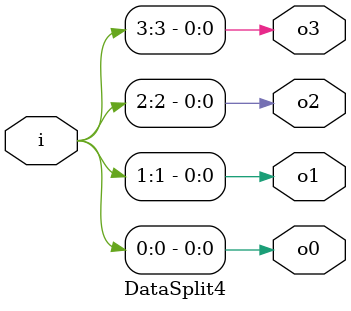
<source format=v>

`timescale 1ns / 1ps


module DataSplit4(i, o0, o1, o2, o3);

	parameter data_width = 1;

	input[4 * data_width - 1 : 0] i;
	output[data_width - 1 : 0] o0, o1, o2, o3;

	assign o0 = i[1 * data_width - 1 : 0 * data_width];
	assign o1 = i[2 * data_width - 1 : 1 * data_width];
	assign o2 = i[3 * data_width - 1 : 2 * data_width];
	assign o3 = i[4 * data_width - 1 : 3 * data_width];

endmodule
</source>
